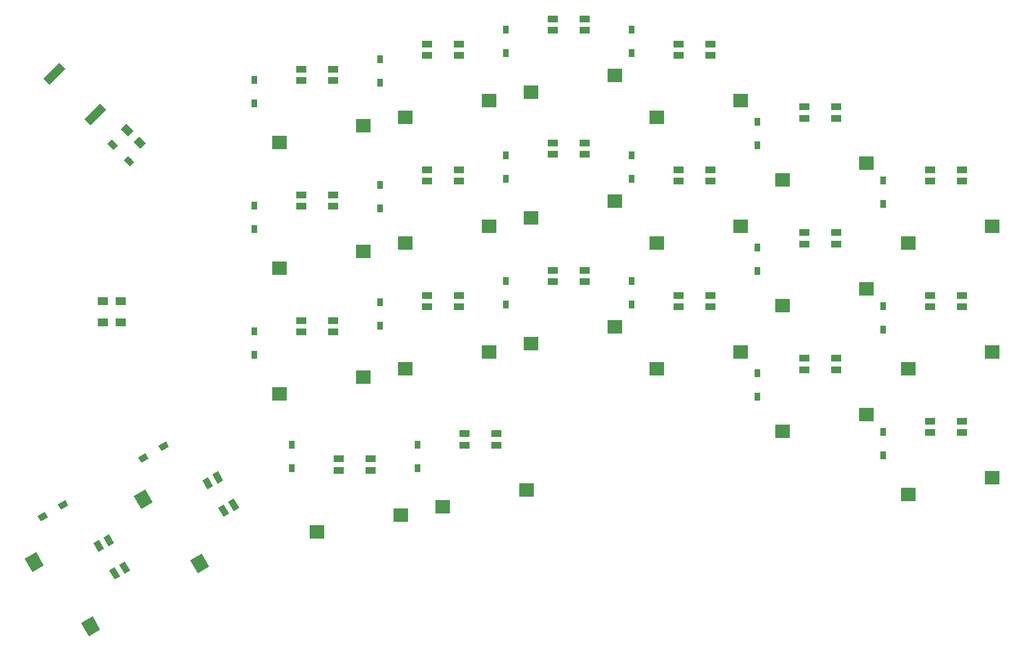
<source format=gbp>
G04 #@! TF.GenerationSoftware,KiCad,Pcbnew,5.0.2-bee76a0~70~ubuntu18.04.1*
G04 #@! TF.CreationDate,2019-07-24T00:03:49+09:00*
G04 #@! TF.ProjectId,silverbullet44,73696c76-6572-4627-956c-6c657434342e,rev?*
G04 #@! TF.SameCoordinates,Original*
G04 #@! TF.FileFunction,Paste,Bot*
G04 #@! TF.FilePolarity,Positive*
%FSLAX46Y46*%
G04 Gerber Fmt 4.6, Leading zero omitted, Abs format (unit mm)*
G04 Created by KiCad (PCBNEW 5.0.2-bee76a0~70~ubuntu18.04.1) date 2019年07月24日 00時03分49秒*
%MOMM*%
%LPD*%
G01*
G04 APERTURE LIST*
%ADD10R,1.500000X1.200000*%
%ADD11C,1.200000*%
%ADD12C,0.100000*%
%ADD13C,2.000000*%
%ADD14R,2.300000X2.000000*%
%ADD15R,1.600000X1.000000*%
%ADD16C,1.000000*%
%ADD17C,1.300000*%
%ADD18R,0.950000X1.300000*%
%ADD19C,0.950000*%
G04 APERTURE END LIST*
D10*
G04 #@! TO.C,R1*
X76915000Y-67310000D03*
X74215000Y-67310000D03*
G04 #@! TD*
G04 #@! TO.C,R2*
X76915000Y-70485000D03*
X74215000Y-70485000D03*
G04 #@! TD*
D11*
G04 #@! TO.C,R3*
X79821594Y-43245594D03*
D12*
G36*
X80776188Y-43351660D02*
X79927660Y-44200188D01*
X78867000Y-43139528D01*
X79715528Y-42291000D01*
X80776188Y-43351660D01*
X80776188Y-43351660D01*
G37*
D11*
X77912406Y-41336406D03*
D12*
G36*
X78867000Y-41442472D02*
X78018472Y-42291000D01*
X76957812Y-41230340D01*
X77806340Y-40381812D01*
X78867000Y-41442472D01*
X78867000Y-41442472D01*
G37*
G04 #@! TD*
D13*
G04 #@! TO.C,SW19*
X72385654Y-116572178D03*
D12*
G36*
X70944629Y-116076249D02*
X72676679Y-115076249D01*
X73826679Y-117068107D01*
X72094629Y-118068107D01*
X70944629Y-116076249D01*
X70944629Y-116076249D01*
G37*
D13*
X63835950Y-106843655D03*
D12*
G36*
X62394925Y-106347726D02*
X64126975Y-105347726D01*
X65276975Y-107339584D01*
X63544925Y-108339584D01*
X62394925Y-106347726D01*
X62394925Y-106347726D01*
G37*
G04 #@! TD*
D13*
G04 #@! TO.C,SW20*
X88895654Y-107047178D03*
D12*
G36*
X87454629Y-106551249D02*
X89186679Y-105551249D01*
X90336679Y-107543107D01*
X88604629Y-108543107D01*
X87454629Y-106551249D01*
X87454629Y-106551249D01*
G37*
D13*
X80345950Y-97318655D03*
D12*
G36*
X78904925Y-96822726D02*
X80636975Y-95822726D01*
X81786975Y-97814584D01*
X80054925Y-98814584D01*
X78904925Y-96822726D01*
X78904925Y-96822726D01*
G37*
G04 #@! TD*
D14*
G04 #@! TO.C,SW22*
X138445000Y-95925000D03*
X125745000Y-98465000D03*
G04 #@! TD*
G04 #@! TO.C,SW21*
X119395000Y-99735000D03*
X106695000Y-102275000D03*
G04 #@! TD*
D15*
G04 #@! TO.C,L16*
X129045000Y-89140000D03*
X129045000Y-87390000D03*
X133845000Y-87390000D03*
X133845000Y-89140000D03*
G04 #@! TD*
D14*
G04 #@! TO.C,SW1*
X113680000Y-40680000D03*
X100980000Y-43220000D03*
G04 #@! TD*
G04 #@! TO.C,SW2*
X132730000Y-36870000D03*
X120030000Y-39410000D03*
G04 #@! TD*
G04 #@! TO.C,SW3*
X151780000Y-33060000D03*
X139080000Y-35600000D03*
G04 #@! TD*
G04 #@! TO.C,SW4*
X170830000Y-36870000D03*
X158130000Y-39410000D03*
G04 #@! TD*
G04 #@! TO.C,SW5*
X189880000Y-46395000D03*
X177180000Y-48935000D03*
G04 #@! TD*
G04 #@! TO.C,SW6*
X208930000Y-55920000D03*
X196230000Y-58460000D03*
G04 #@! TD*
G04 #@! TO.C,SW7*
X113680000Y-59730000D03*
X100980000Y-62270000D03*
G04 #@! TD*
G04 #@! TO.C,SW8*
X132730000Y-55920000D03*
X120030000Y-58460000D03*
G04 #@! TD*
G04 #@! TO.C,SW9*
X151780000Y-52110000D03*
X139080000Y-54650000D03*
G04 #@! TD*
G04 #@! TO.C,SW10*
X170830000Y-55920000D03*
X158130000Y-58460000D03*
G04 #@! TD*
G04 #@! TO.C,SW11*
X189880000Y-65445000D03*
X177180000Y-67985000D03*
G04 #@! TD*
G04 #@! TO.C,SW12*
X208930000Y-74970000D03*
X196230000Y-77510000D03*
G04 #@! TD*
G04 #@! TO.C,SW13*
X113680000Y-78780000D03*
X100980000Y-81320000D03*
G04 #@! TD*
G04 #@! TO.C,SW14*
X132730000Y-74970000D03*
X120030000Y-77510000D03*
G04 #@! TD*
G04 #@! TO.C,SW15*
X151780000Y-71160000D03*
X139080000Y-73700000D03*
G04 #@! TD*
G04 #@! TO.C,SW16*
X170830000Y-74970000D03*
X158130000Y-77510000D03*
G04 #@! TD*
G04 #@! TO.C,SW17*
X189880000Y-84495000D03*
X177180000Y-87035000D03*
G04 #@! TD*
G04 #@! TO.C,SW18*
X208930000Y-94020000D03*
X196230000Y-96560000D03*
G04 #@! TD*
D15*
G04 #@! TO.C,L1*
X142380000Y-26275000D03*
X142380000Y-24525000D03*
X147180000Y-24525000D03*
X147180000Y-26275000D03*
G04 #@! TD*
G04 #@! TO.C,L2*
X123330000Y-30085000D03*
X123330000Y-28335000D03*
X128130000Y-28335000D03*
X128130000Y-30085000D03*
G04 #@! TD*
G04 #@! TO.C,L3*
X104280000Y-33895000D03*
X104280000Y-32145000D03*
X109080000Y-32145000D03*
X109080000Y-33895000D03*
G04 #@! TD*
G04 #@! TO.C,L4*
X104280000Y-52945000D03*
X104280000Y-51195000D03*
X109080000Y-51195000D03*
X109080000Y-52945000D03*
G04 #@! TD*
G04 #@! TO.C,L5*
X123330000Y-49135000D03*
X123330000Y-47385000D03*
X128130000Y-47385000D03*
X128130000Y-49135000D03*
G04 #@! TD*
G04 #@! TO.C,L6*
X142380000Y-45071000D03*
X142380000Y-43321000D03*
X147180000Y-43321000D03*
X147180000Y-45071000D03*
G04 #@! TD*
G04 #@! TO.C,L7*
X161430000Y-30085000D03*
X161430000Y-28335000D03*
X166230000Y-28335000D03*
X166230000Y-30085000D03*
G04 #@! TD*
G04 #@! TO.C,L8*
X180480000Y-39610000D03*
X180480000Y-37860000D03*
X185280000Y-37860000D03*
X185280000Y-39610000D03*
G04 #@! TD*
G04 #@! TO.C,L9*
X161430000Y-49135000D03*
X161430000Y-47385000D03*
X166230000Y-47385000D03*
X166230000Y-49135000D03*
G04 #@! TD*
G04 #@! TO.C,L10*
X142380000Y-64375000D03*
X142380000Y-62625000D03*
X147180000Y-62625000D03*
X147180000Y-64375000D03*
G04 #@! TD*
G04 #@! TO.C,L11*
X123330000Y-68185000D03*
X123330000Y-66435000D03*
X128130000Y-66435000D03*
X128130000Y-68185000D03*
G04 #@! TD*
G04 #@! TO.C,L12*
X104280000Y-71995000D03*
X104280000Y-70245000D03*
X109080000Y-70245000D03*
X109080000Y-71995000D03*
G04 #@! TD*
D16*
G04 #@! TO.C,L13*
X73607228Y-104404039D03*
D12*
G36*
X72774215Y-103961219D02*
X73640241Y-103461219D01*
X74440241Y-104846859D01*
X73574215Y-105346859D01*
X72774215Y-103961219D01*
X72774215Y-103961219D01*
G37*
D16*
X75122772Y-103529039D03*
D12*
G36*
X74289759Y-103086219D02*
X75155785Y-102586219D01*
X75955785Y-103971859D01*
X75089759Y-104471859D01*
X74289759Y-103086219D01*
X74289759Y-103086219D01*
G37*
D16*
X77522772Y-107685961D03*
D12*
G36*
X76689759Y-107243141D02*
X77555785Y-106743141D01*
X78355785Y-108128781D01*
X77489759Y-108628781D01*
X76689759Y-107243141D01*
X76689759Y-107243141D01*
G37*
D16*
X76007228Y-108560961D03*
D12*
G36*
X75174215Y-108118141D02*
X76040241Y-107618141D01*
X76840241Y-109003781D01*
X75974215Y-109503781D01*
X75174215Y-108118141D01*
X75174215Y-108118141D01*
G37*
G04 #@! TD*
D16*
G04 #@! TO.C,L14*
X90117228Y-94879039D03*
D12*
G36*
X89284215Y-94436219D02*
X90150241Y-93936219D01*
X90950241Y-95321859D01*
X90084215Y-95821859D01*
X89284215Y-94436219D01*
X89284215Y-94436219D01*
G37*
D16*
X91632772Y-94004039D03*
D12*
G36*
X90799759Y-93561219D02*
X91665785Y-93061219D01*
X92465785Y-94446859D01*
X91599759Y-94946859D01*
X90799759Y-93561219D01*
X90799759Y-93561219D01*
G37*
D16*
X94032772Y-98160961D03*
D12*
G36*
X93199759Y-97718141D02*
X94065785Y-97218141D01*
X94865785Y-98603781D01*
X93999759Y-99103781D01*
X93199759Y-97718141D01*
X93199759Y-97718141D01*
G37*
D16*
X92517228Y-99035961D03*
D12*
G36*
X91684215Y-98593141D02*
X92550241Y-98093141D01*
X93350241Y-99478781D01*
X92484215Y-99978781D01*
X91684215Y-98593141D01*
X91684215Y-98593141D01*
G37*
G04 #@! TD*
D15*
G04 #@! TO.C,L15*
X109995000Y-92950000D03*
X109995000Y-91200000D03*
X114795000Y-91200000D03*
X114795000Y-92950000D03*
G04 #@! TD*
G04 #@! TO.C,L17*
X161430000Y-68185000D03*
X161430000Y-66435000D03*
X166230000Y-66435000D03*
X166230000Y-68185000D03*
G04 #@! TD*
G04 #@! TO.C,L18*
X180480000Y-58660000D03*
X180480000Y-56910000D03*
X185280000Y-56910000D03*
X185280000Y-58660000D03*
G04 #@! TD*
G04 #@! TO.C,L19*
X199530000Y-49135000D03*
X199530000Y-47385000D03*
X204330000Y-47385000D03*
X204330000Y-49135000D03*
G04 #@! TD*
G04 #@! TO.C,L20*
X199530000Y-68185000D03*
X199530000Y-66435000D03*
X204330000Y-66435000D03*
X204330000Y-68185000D03*
G04 #@! TD*
G04 #@! TO.C,L21*
X180480000Y-77710000D03*
X180480000Y-75960000D03*
X185280000Y-75960000D03*
X185280000Y-77710000D03*
G04 #@! TD*
G04 #@! TO.C,L22*
X199530000Y-87235000D03*
X199530000Y-85485000D03*
X204330000Y-85485000D03*
X204330000Y-87235000D03*
G04 #@! TD*
D17*
G04 #@! TO.C,LS1*
X66920086Y-32846086D03*
D12*
G36*
X68581787Y-32103624D02*
X66177624Y-34507787D01*
X65258385Y-33588548D01*
X67662548Y-31184385D01*
X68581787Y-32103624D01*
X68581787Y-32103624D01*
G37*
D17*
X73071914Y-38997914D03*
D12*
G36*
X74733615Y-38255452D02*
X72329452Y-40659615D01*
X71410213Y-39740376D01*
X73814376Y-37336213D01*
X74733615Y-38255452D01*
X74733615Y-38255452D01*
G37*
G04 #@! TD*
D18*
G04 #@! TO.C,D1*
X97155000Y-37335000D03*
X97155000Y-33785000D03*
G04 #@! TD*
G04 #@! TO.C,D2*
X116205000Y-34160000D03*
X116205000Y-30610000D03*
G04 #@! TD*
G04 #@! TO.C,D3*
X135255000Y-26165000D03*
X135255000Y-29715000D03*
G04 #@! TD*
G04 #@! TO.C,D4*
X154305000Y-26165000D03*
X154305000Y-29715000D03*
G04 #@! TD*
G04 #@! TO.C,D5*
X173355000Y-43685000D03*
X173355000Y-40135000D03*
G04 #@! TD*
G04 #@! TO.C,D6*
X192405000Y-49025000D03*
X192405000Y-52575000D03*
G04 #@! TD*
G04 #@! TO.C,D7*
X97155000Y-52835000D03*
X97155000Y-56385000D03*
G04 #@! TD*
G04 #@! TO.C,D8*
X116205000Y-53210000D03*
X116205000Y-49660000D03*
G04 #@! TD*
G04 #@! TO.C,D9*
X135255000Y-45215000D03*
X135255000Y-48765000D03*
G04 #@! TD*
G04 #@! TO.C,D10*
X154305000Y-45215000D03*
X154305000Y-48765000D03*
G04 #@! TD*
G04 #@! TO.C,D11*
X173355000Y-59185000D03*
X173355000Y-62735000D03*
G04 #@! TD*
G04 #@! TO.C,D12*
X192405000Y-68075000D03*
X192405000Y-71625000D03*
G04 #@! TD*
G04 #@! TO.C,D13*
X97155000Y-71885000D03*
X97155000Y-75435000D03*
G04 #@! TD*
G04 #@! TO.C,D14*
X116205000Y-67440000D03*
X116205000Y-70990000D03*
G04 #@! TD*
G04 #@! TO.C,D15*
X135255000Y-67815000D03*
X135255000Y-64265000D03*
G04 #@! TD*
G04 #@! TO.C,D16*
X154305000Y-67815000D03*
X154305000Y-64265000D03*
G04 #@! TD*
G04 #@! TO.C,D17*
X173355000Y-81785000D03*
X173355000Y-78235000D03*
G04 #@! TD*
G04 #@! TO.C,D18*
X192405000Y-90675000D03*
X192405000Y-87125000D03*
G04 #@! TD*
D19*
G04 #@! TO.C,D19*
X65137805Y-99947500D03*
D12*
G36*
X65463222Y-99211138D02*
X65938222Y-100033862D01*
X64812388Y-100683862D01*
X64337388Y-99861138D01*
X65463222Y-99211138D01*
X65463222Y-99211138D01*
G37*
D19*
X68212195Y-98172500D03*
D12*
G36*
X68537612Y-97436138D02*
X69012612Y-98258862D01*
X67886778Y-98908862D01*
X67411778Y-98086138D01*
X68537612Y-97436138D01*
X68537612Y-97436138D01*
G37*
G04 #@! TD*
D19*
G04 #@! TO.C,D20*
X80377805Y-91057500D03*
D12*
G36*
X80703222Y-90321138D02*
X81178222Y-91143862D01*
X80052388Y-91793862D01*
X79577388Y-90971138D01*
X80703222Y-90321138D01*
X80703222Y-90321138D01*
G37*
D19*
X83452195Y-89282500D03*
D12*
G36*
X83777612Y-88546138D02*
X84252612Y-89368862D01*
X83126778Y-90018862D01*
X82651778Y-89196138D01*
X83777612Y-88546138D01*
X83777612Y-88546138D01*
G37*
G04 #@! TD*
D18*
G04 #@! TO.C,D21*
X102870000Y-89030000D03*
X102870000Y-92580000D03*
G04 #@! TD*
G04 #@! TO.C,D22*
X121920000Y-92580000D03*
X121920000Y-89030000D03*
G04 #@! TD*
D19*
G04 #@! TO.C,D23*
X78202215Y-46071215D03*
D12*
G36*
X77406720Y-45947471D02*
X78078471Y-45275720D01*
X78997710Y-46194959D01*
X78325959Y-46866710D01*
X77406720Y-45947471D01*
X77406720Y-45947471D01*
G37*
D19*
X75691985Y-43560985D03*
D12*
G36*
X74896490Y-43437241D02*
X75568241Y-42765490D01*
X76487480Y-43684729D01*
X75815729Y-44356480D01*
X74896490Y-43437241D01*
X74896490Y-43437241D01*
G37*
G04 #@! TD*
M02*

</source>
